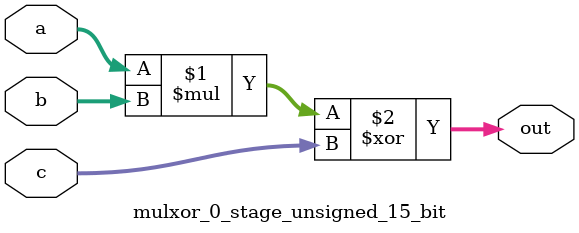
<source format=sv>
(* use_dsp = "yes" *) module mulxor_0_stage_unsigned_15_bit(
	input  [14:0] a,
	input  [14:0] b,
	input  [14:0] c,
	output [14:0] out
	);

	assign out = (a * b) ^ c;
endmodule

</source>
